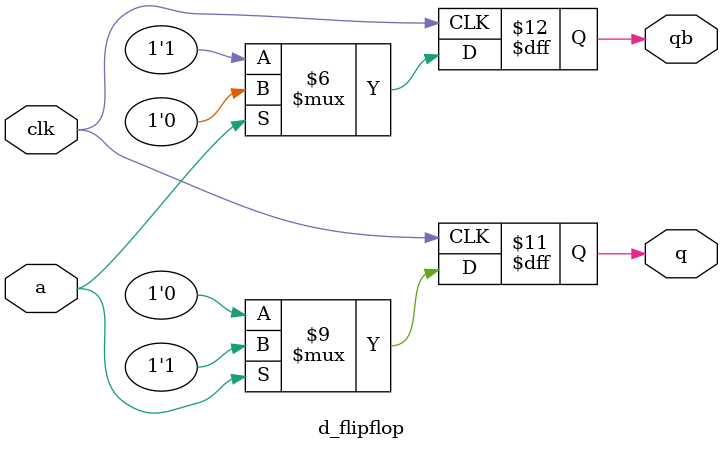
<source format=v>
`timescale 1ns / 1ps


module d_flipflop(
    input a, clk,
    output reg q, qb
    );
    
    always@(posedge clk)
    begin
   if(a == 0)
    begin
   q =0; qb = ~q;
   end
   else
    begin
    q = 1; qb = ~q;
    end
    end
endmodule

</source>
